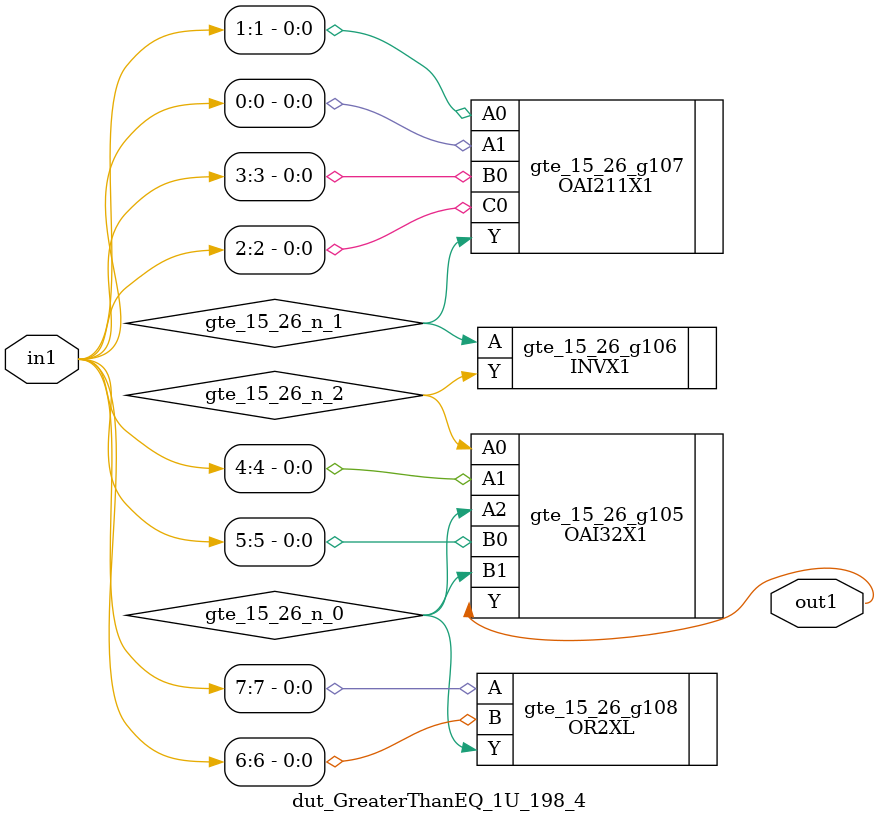
<source format=v>
`timescale 1ps / 1ps


module dut_GreaterThanEQ_1U_198_4(in1, out1);
  input [7:0] in1;
  output out1;
  wire [7:0] in1;
  wire out1;
  wire gte_15_26_n_0, gte_15_26_n_1, gte_15_26_n_2;
  OAI32X1 gte_15_26_g105(.A0 (gte_15_26_n_2), .A1 (in1[4]), .A2
       (gte_15_26_n_0), .B0 (in1[5]), .B1 (gte_15_26_n_0), .Y (out1));
  INVX1 gte_15_26_g106(.A (gte_15_26_n_1), .Y (gte_15_26_n_2));
  OAI211X1 gte_15_26_g107(.A0 (in1[1]), .A1 (in1[0]), .B0 (in1[3]), .C0
       (in1[2]), .Y (gte_15_26_n_1));
  OR2XL gte_15_26_g108(.A (in1[7]), .B (in1[6]), .Y (gte_15_26_n_0));
endmodule



</source>
